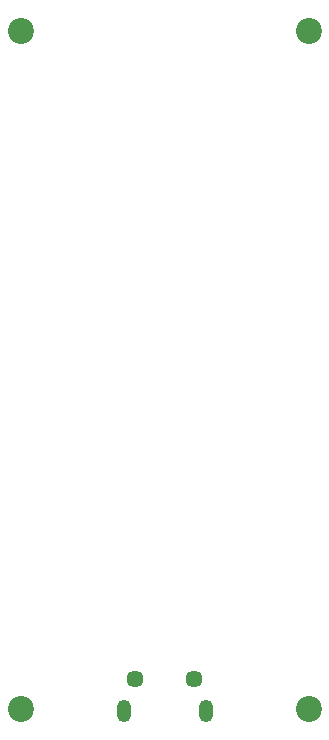
<source format=gbr>
%TF.GenerationSoftware,KiCad,Pcbnew,(6.0.1-0)*%
%TF.CreationDate,2022-11-21T00:33:54+01:00*%
%TF.ProjectId,flowmeter,666c6f77-6d65-4746-9572-2e6b69636164,rev?*%
%TF.SameCoordinates,Original*%
%TF.FileFunction,Soldermask,Bot*%
%TF.FilePolarity,Negative*%
%FSLAX46Y46*%
G04 Gerber Fmt 4.6, Leading zero omitted, Abs format (unit mm)*
G04 Created by KiCad (PCBNEW (6.0.1-0)) date 2022-11-21 00:33:54*
%MOMM*%
%LPD*%
G01*
G04 APERTURE LIST*
%ADD10C,1.450000*%
%ADD11O,1.200000X1.900000*%
%ADD12C,2.200000*%
G04 APERTURE END LIST*
D10*
%TO.C,J1*%
X153376000Y-122997500D03*
X148376000Y-122997500D03*
D11*
X147376000Y-125697500D03*
X154376000Y-125697500D03*
%TD*%
D12*
%TO.C,H2*%
X163068000Y-68072000D03*
%TD*%
%TO.C,H4*%
X163068000Y-125476000D03*
%TD*%
%TO.C,H3*%
X138684000Y-125476000D03*
%TD*%
%TO.C,H1*%
X138684000Y-68072000D03*
%TD*%
M02*

</source>
